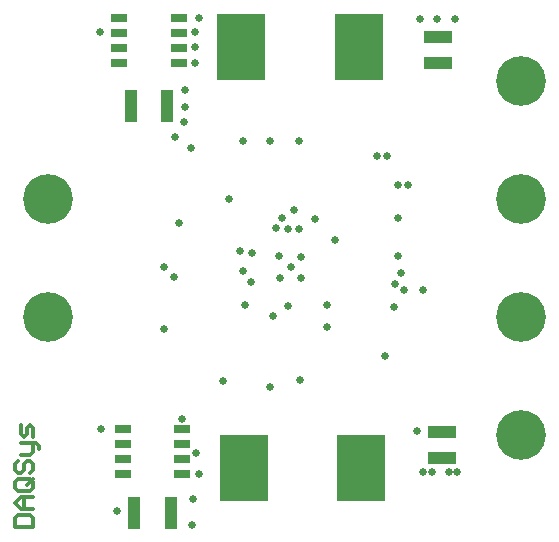
<source format=gts>
G04 Layer_Color=8388736*
%FSLAX44Y44*%
%MOMM*%
G71*
G01*
G75*
%ADD18C,0.3000*%
%ADD41R,1.1032X2.7032*%
%ADD42R,2.4032X1.0032*%
%ADD43R,4.0532X5.7032*%
%ADD44R,1.3972X0.7622*%
%ADD45C,4.2032*%
%ADD46C,0.6532*%
D18*
X21765Y22000D02*
X37000D01*
Y29618D01*
X34461Y32157D01*
X24304D01*
X21765Y29618D01*
Y22000D01*
X37000Y37235D02*
X26843D01*
X21765Y42313D01*
X26843Y47392D01*
X37000D01*
X29383D01*
Y37235D01*
X34461Y62627D02*
X24304D01*
X21765Y60088D01*
Y55009D01*
X24304Y52470D01*
X34461D01*
X37000Y55009D01*
Y60088D01*
X31922Y57548D02*
X37000Y62627D01*
Y60088D02*
X34461Y62627D01*
X24304Y77862D02*
X21765Y75323D01*
Y70244D01*
X24304Y67705D01*
X26843D01*
X29383Y70244D01*
Y75323D01*
X31922Y77862D01*
X34461D01*
X37000Y75323D01*
Y70244D01*
X34461Y67705D01*
X26843Y82940D02*
X34461D01*
X37000Y85479D01*
Y93097D01*
X39539D01*
X42078Y90558D01*
Y88019D01*
X37000Y93097D02*
X26843D01*
X37000Y98175D02*
Y105793D01*
X34461Y108332D01*
X31922Y105793D01*
Y100715D01*
X29383Y98175D01*
X26843Y100715D01*
Y108332D01*
D41*
X122500Y34000D02*
D03*
X153500D02*
D03*
X150500Y379000D02*
D03*
X119500D02*
D03*
D42*
X383000Y103000D02*
D03*
Y81000D02*
D03*
X380000Y415000D02*
D03*
Y437000D02*
D03*
D43*
X314750Y72000D02*
D03*
X215250D02*
D03*
X213250Y429000D02*
D03*
X312750D02*
D03*
D44*
X112725Y105050D02*
D03*
Y92350D02*
D03*
Y79650D02*
D03*
Y66950D02*
D03*
X163275Y105050D02*
D03*
Y92350D02*
D03*
Y79650D02*
D03*
Y66950D02*
D03*
X109725Y453050D02*
D03*
Y440350D02*
D03*
Y427650D02*
D03*
Y414950D02*
D03*
X160275Y453050D02*
D03*
Y440350D02*
D03*
Y427650D02*
D03*
Y414950D02*
D03*
D45*
X450000Y100000D02*
D03*
Y200000D02*
D03*
Y300000D02*
D03*
Y400000D02*
D03*
X50000Y300000D02*
D03*
Y200000D02*
D03*
D46*
X175000Y85250D02*
D03*
X348500Y237000D02*
D03*
X343500Y228250D02*
D03*
X346250Y312000D02*
D03*
X354500D02*
D03*
X336500Y336000D02*
D03*
X328250D02*
D03*
X262250Y349250D02*
D03*
X172000Y45750D02*
D03*
X171500Y23750D02*
D03*
X334750Y167250D02*
D03*
X389000Y68750D02*
D03*
X374500D02*
D03*
X367250Y68500D02*
D03*
X396250Y69000D02*
D03*
X378750Y452500D02*
D03*
X394000Y452750D02*
D03*
X365000Y452250D02*
D03*
X165250Y392250D02*
D03*
X164750Y364750D02*
D03*
X173750Y441500D02*
D03*
X174000Y428250D02*
D03*
X148250Y242750D02*
D03*
X156000Y233500D02*
D03*
X148250Y189750D02*
D03*
X245750Y233000D02*
D03*
X255000Y242000D02*
D03*
X264000Y233250D02*
D03*
X264250Y251250D02*
D03*
X257500Y291000D02*
D03*
X252500Y274500D02*
D03*
X237750Y140500D02*
D03*
X245250Y251750D02*
D03*
X165500Y377750D02*
D03*
X160250Y279250D02*
D03*
X361750Y103250D02*
D03*
X157500Y352250D02*
D03*
X345750Y251750D02*
D03*
X252500Y209750D02*
D03*
X239750Y200500D02*
D03*
X215000Y349000D02*
D03*
X237997Y349002D02*
D03*
X350998Y223002D02*
D03*
X366997D02*
D03*
X198002Y145997D02*
D03*
X170998Y342998D02*
D03*
X263002Y146997D02*
D03*
X216631Y210237D02*
D03*
X247500Y284000D02*
D03*
X276000Y283000D02*
D03*
X293000Y265000D02*
D03*
X286250Y210000D02*
D03*
X262500Y274500D02*
D03*
X221750Y229500D02*
D03*
X211998Y256003D02*
D03*
X214750Y239250D02*
D03*
X94450Y105050D02*
D03*
X286000Y191750D02*
D03*
X177750Y66750D02*
D03*
X108250Y36000D02*
D03*
X173750Y415250D02*
D03*
X93250Y441000D02*
D03*
X177500Y453000D02*
D03*
X242500Y275750D02*
D03*
X222000Y254500D02*
D03*
X345750Y283500D02*
D03*
X342790Y208540D02*
D03*
X163000Y114000D02*
D03*
X202750Y299750D02*
D03*
M02*

</source>
